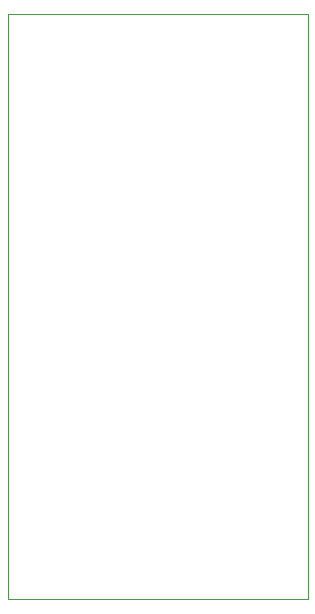
<source format=gbp>
G75*
%MOIN*%
%OFA0B0*%
%FSLAX24Y24*%
%IPPOS*%
%LPD*%
%AMOC8*
5,1,8,0,0,1.08239X$1,22.5*
%
%ADD10C,0.0000*%
D10*
X000680Y000680D02*
X000680Y020180D01*
X010680Y020180D01*
X010680Y000680D01*
X000680Y000680D01*
M02*

</source>
